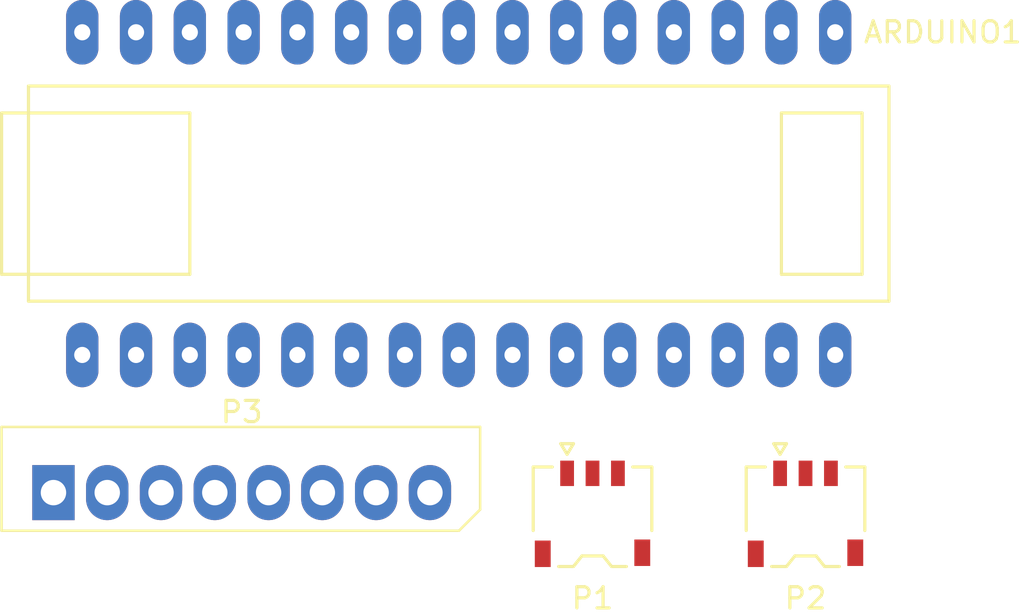
<source format=kicad_pcb>
(kicad_pcb (version 4) (host pcbnew 4.0.5+dfsg1-4)

  (general
    (links 1)
    (no_connects 1)
    (area 0 0 0 0)
    (thickness 1.6)
    (drawings 0)
    (tracks 0)
    (zones 0)
    (modules 4)
    (nets 44)
  )

  (page A4)
  (layers
    (0 F.Cu signal)
    (31 B.Cu signal)
    (32 B.Adhes user)
    (33 F.Adhes user)
    (34 B.Paste user)
    (35 F.Paste user)
    (36 B.SilkS user)
    (37 F.SilkS user)
    (38 B.Mask user)
    (39 F.Mask user)
    (40 Dwgs.User user)
    (41 Cmts.User user)
    (42 Eco1.User user)
    (43 Eco2.User user)
    (44 Edge.Cuts user)
    (45 Margin user)
    (46 B.CrtYd user)
    (47 F.CrtYd user)
    (48 B.Fab user)
    (49 F.Fab user)
  )

  (setup
    (last_trace_width 0.25)
    (trace_clearance 0.2)
    (zone_clearance 0.508)
    (zone_45_only no)
    (trace_min 0.2)
    (segment_width 0.2)
    (edge_width 0.15)
    (via_size 0.6)
    (via_drill 0.4)
    (via_min_size 0.4)
    (via_min_drill 0.3)
    (uvia_size 0.3)
    (uvia_drill 0.1)
    (uvias_allowed no)
    (uvia_min_size 0.2)
    (uvia_min_drill 0.1)
    (pcb_text_width 0.3)
    (pcb_text_size 1.5 1.5)
    (mod_edge_width 0.15)
    (mod_text_size 1 1)
    (mod_text_width 0.15)
    (pad_size 1.524 1.524)
    (pad_drill 0.762)
    (pad_to_mask_clearance 0.2)
    (aux_axis_origin 0 0)
    (visible_elements FFFFFF7F)
    (pcbplotparams
      (layerselection 0x00030_80000001)
      (usegerberextensions false)
      (excludeedgelayer true)
      (linewidth 0.100000)
      (plotframeref false)
      (viasonmask false)
      (mode 1)
      (useauxorigin false)
      (hpglpennumber 1)
      (hpglpenspeed 20)
      (hpglpendiameter 15)
      (hpglpenoverlay 2)
      (psnegative false)
      (psa4output false)
      (plotreference true)
      (plotvalue true)
      (plotinvisibletext false)
      (padsonsilk false)
      (subtractmaskfromsilk false)
      (outputformat 1)
      (mirror false)
      (drillshape 1)
      (scaleselection 1)
      (outputdirectory ""))
  )

  (net 0 "")
  (net 1 "Net-(ARDUINO1-Pad1)")
  (net 2 "Net-(ARDUINO1-Pad2)")
  (net 3 "Net-(ARDUINO1-Pad3)")
  (net 4 "Net-(ARDUINO1-Pad4)")
  (net 5 "Net-(ARDUINO1-Pad5)")
  (net 6 "Net-(ARDUINO1-Pad6)")
  (net 7 "Net-(ARDUINO1-Pad7)")
  (net 8 "Net-(ARDUINO1-Pad8)")
  (net 9 "Net-(ARDUINO1-Pad9)")
  (net 10 "Net-(ARDUINO1-Pad10)")
  (net 11 "Net-(ARDUINO1-Pad11)")
  (net 12 "Net-(ARDUINO1-Pad12)")
  (net 13 "Net-(ARDUINO1-Pad13)")
  (net 14 "Net-(ARDUINO1-Pad14)")
  (net 15 "Net-(ARDUINO1-Pad15)")
  (net 16 "Net-(ARDUINO1-Pad16)")
  (net 17 "Net-(ARDUINO1-Pad17)")
  (net 18 "Net-(ARDUINO1-Pad18)")
  (net 19 "Net-(ARDUINO1-Pad19)")
  (net 20 "Net-(ARDUINO1-Pad20)")
  (net 21 "Net-(ARDUINO1-Pad21)")
  (net 22 "Net-(ARDUINO1-Pad22)")
  (net 23 "Net-(ARDUINO1-Pad23)")
  (net 24 "Net-(ARDUINO1-Pad24)")
  (net 25 "Net-(ARDUINO1-Pad25)")
  (net 26 "Net-(ARDUINO1-Pad26)")
  (net 27 "Net-(ARDUINO1-Pad27)")
  (net 28 "Net-(ARDUINO1-Pad28)")
  (net 29 "Net-(ARDUINO1-Pad29)")
  (net 30 "Net-(ARDUINO1-Pad30)")
  (net 31 "Net-(P1-Pad2)")
  (net 32 "Net-(P1-Pad3)")
  (net 33 "Net-(P2-Pad1)")
  (net 34 "Net-(P2-Pad2)")
  (net 35 "Net-(P2-Pad3)")
  (net 36 "Net-(P3-Pad1)")
  (net 37 "Net-(P3-Pad2)")
  (net 38 "Net-(P3-Pad3)")
  (net 39 "Net-(P3-Pad4)")
  (net 40 "Net-(P3-Pad5)")
  (net 41 "Net-(P3-Pad6)")
  (net 42 "Net-(P3-Pad7)")
  (net 43 "Net-(P3-Pad8)")

  (net_class Default "Dit is de standaard class."
    (clearance 0.2)
    (trace_width 0.25)
    (via_dia 0.6)
    (via_drill 0.4)
    (uvia_dia 0.3)
    (uvia_drill 0.1)
    (add_net "Net-(ARDUINO1-Pad1)")
    (add_net "Net-(ARDUINO1-Pad10)")
    (add_net "Net-(ARDUINO1-Pad11)")
    (add_net "Net-(ARDUINO1-Pad12)")
    (add_net "Net-(ARDUINO1-Pad13)")
    (add_net "Net-(ARDUINO1-Pad14)")
    (add_net "Net-(ARDUINO1-Pad15)")
    (add_net "Net-(ARDUINO1-Pad16)")
    (add_net "Net-(ARDUINO1-Pad17)")
    (add_net "Net-(ARDUINO1-Pad18)")
    (add_net "Net-(ARDUINO1-Pad19)")
    (add_net "Net-(ARDUINO1-Pad2)")
    (add_net "Net-(ARDUINO1-Pad20)")
    (add_net "Net-(ARDUINO1-Pad21)")
    (add_net "Net-(ARDUINO1-Pad22)")
    (add_net "Net-(ARDUINO1-Pad23)")
    (add_net "Net-(ARDUINO1-Pad24)")
    (add_net "Net-(ARDUINO1-Pad25)")
    (add_net "Net-(ARDUINO1-Pad26)")
    (add_net "Net-(ARDUINO1-Pad27)")
    (add_net "Net-(ARDUINO1-Pad28)")
    (add_net "Net-(ARDUINO1-Pad29)")
    (add_net "Net-(ARDUINO1-Pad3)")
    (add_net "Net-(ARDUINO1-Pad30)")
    (add_net "Net-(ARDUINO1-Pad4)")
    (add_net "Net-(ARDUINO1-Pad5)")
    (add_net "Net-(ARDUINO1-Pad6)")
    (add_net "Net-(ARDUINO1-Pad7)")
    (add_net "Net-(ARDUINO1-Pad8)")
    (add_net "Net-(ARDUINO1-Pad9)")
    (add_net "Net-(P1-Pad2)")
    (add_net "Net-(P1-Pad3)")
    (add_net "Net-(P2-Pad1)")
    (add_net "Net-(P2-Pad2)")
    (add_net "Net-(P2-Pad3)")
    (add_net "Net-(P3-Pad1)")
    (add_net "Net-(P3-Pad2)")
    (add_net "Net-(P3-Pad3)")
    (add_net "Net-(P3-Pad4)")
    (add_net "Net-(P3-Pad5)")
    (add_net "Net-(P3-Pad6)")
    (add_net "Net-(P3-Pad7)")
    (add_net "Net-(P3-Pad8)")
  )

  (module arduino_nano:Arduino_nano (layer F.Cu) (tedit 594B8DA2) (tstamp 594B91A2)
    (at 183.663001 123.39)
    (path /594B83EB)
    (fp_text reference ARDUINO1 (at 40.64 -15.24) (layer F.SilkS)
      (effects (font (size 1 1) (thickness 0.15)))
    )
    (fp_text value ARDUINO_NANO (at 16.51 -7.62) (layer F.Fab) hide
      (effects (font (size 1 1) (thickness 0.15)))
    )
    (fp_line (start -3.81 -11.43) (end 5.08 -11.43) (layer F.SilkS) (width 0.15))
    (fp_line (start 5.08 -11.43) (end 5.08 -3.81) (layer F.SilkS) (width 0.15))
    (fp_line (start 5.08 -3.81) (end -3.81 -3.81) (layer F.SilkS) (width 0.15))
    (fp_line (start -3.81 -3.81) (end -3.81 -11.43) (layer F.SilkS) (width 0.15))
    (fp_line (start 33.02 -3.81) (end 36.83 -3.81) (layer F.SilkS) (width 0.15))
    (fp_line (start 36.83 -3.81) (end 36.83 -11.43) (layer F.SilkS) (width 0.15))
    (fp_line (start 36.83 -11.43) (end 33.02 -11.43) (layer F.SilkS) (width 0.15))
    (fp_line (start 33.02 -11.43) (end 33.02 -3.81) (layer F.SilkS) (width 0.15))
    (fp_line (start -2.54 -12.7) (end 38.1 -12.7) (layer F.SilkS) (width 0.15))
    (fp_line (start 38.1 -12.7) (end 38.1 -2.54) (layer F.SilkS) (width 0.15))
    (fp_line (start 38.1 -2.54) (end -2.54 -2.54) (layer F.SilkS) (width 0.15))
    (fp_line (start -2.54 -2.54) (end -2.54 -12.7) (layer F.SilkS) (width 0.15))
    (pad 1 thru_hole oval (at 0 0) (size 1.524 3.048) (drill 0.762) (layers *.Cu *.Mask)
      (net 1 "Net-(ARDUINO1-Pad1)") (solder_mask_margin 0.2) (clearance 0.2))
    (pad 2 thru_hole oval (at 2.54 0) (size 1.524 3.048) (drill 0.762) (layers *.Cu *.Mask)
      (net 2 "Net-(ARDUINO1-Pad2)"))
    (pad 3 thru_hole oval (at 5.08 0) (size 1.524 3.048) (drill 0.762) (layers *.Cu *.Mask)
      (net 3 "Net-(ARDUINO1-Pad3)"))
    (pad 4 thru_hole oval (at 7.62 0) (size 1.524 3.048) (drill 0.762) (layers *.Cu *.Mask)
      (net 4 "Net-(ARDUINO1-Pad4)"))
    (pad 5 thru_hole oval (at 10.16 0) (size 1.524 3.048) (drill 0.762) (layers *.Cu *.Mask)
      (net 5 "Net-(ARDUINO1-Pad5)"))
    (pad 6 thru_hole oval (at 12.7 0) (size 1.524 3.048) (drill 0.762) (layers *.Cu *.Mask)
      (net 6 "Net-(ARDUINO1-Pad6)"))
    (pad 7 thru_hole oval (at 15.24 0) (size 1.524 3.048) (drill 0.762) (layers *.Cu *.Mask)
      (net 7 "Net-(ARDUINO1-Pad7)"))
    (pad 8 thru_hole oval (at 17.78 0) (size 1.524 3.048) (drill 0.762) (layers *.Cu *.Mask)
      (net 8 "Net-(ARDUINO1-Pad8)"))
    (pad 9 thru_hole oval (at 20.32 0) (size 1.524 3.048) (drill 0.762) (layers *.Cu *.Mask)
      (net 9 "Net-(ARDUINO1-Pad9)"))
    (pad 10 thru_hole oval (at 22.86 0) (size 1.524 3.048) (drill 0.762) (layers *.Cu *.Mask)
      (net 10 "Net-(ARDUINO1-Pad10)"))
    (pad 11 thru_hole oval (at 25.4 0) (size 1.524 3.048) (drill 0.762) (layers *.Cu *.Mask)
      (net 11 "Net-(ARDUINO1-Pad11)"))
    (pad 12 thru_hole oval (at 27.94 0) (size 1.524 3.048) (drill 0.762) (layers *.Cu *.Mask)
      (net 12 "Net-(ARDUINO1-Pad12)"))
    (pad 13 thru_hole oval (at 30.48 0) (size 1.524 3.048) (drill 0.762) (layers *.Cu *.Mask)
      (net 13 "Net-(ARDUINO1-Pad13)"))
    (pad 14 thru_hole oval (at 33.02 0) (size 1.524 3.048) (drill 0.762) (layers *.Cu *.Mask)
      (net 14 "Net-(ARDUINO1-Pad14)"))
    (pad 15 thru_hole oval (at 35.56 0) (size 1.524 3.048) (drill 0.762) (layers *.Cu *.Mask)
      (net 15 "Net-(ARDUINO1-Pad15)"))
    (pad 16 thru_hole oval (at 35.56 -15.24) (size 1.524 3.048) (drill 0.762) (layers *.Cu *.Mask)
      (net 16 "Net-(ARDUINO1-Pad16)"))
    (pad 17 thru_hole oval (at 33.02 -15.24) (size 1.524 3.048) (drill 0.762) (layers *.Cu *.Mask)
      (net 17 "Net-(ARDUINO1-Pad17)"))
    (pad 18 thru_hole oval (at 30.48 -15.24) (size 1.524 3.048) (drill 0.762) (layers *.Cu *.Mask)
      (net 18 "Net-(ARDUINO1-Pad18)"))
    (pad 19 thru_hole oval (at 27.94 -15.24) (size 1.524 3.048) (drill 0.762) (layers *.Cu *.Mask)
      (net 19 "Net-(ARDUINO1-Pad19)"))
    (pad 20 thru_hole oval (at 25.4 -15.24) (size 1.524 3.048) (drill 0.762) (layers *.Cu *.Mask)
      (net 20 "Net-(ARDUINO1-Pad20)"))
    (pad 21 thru_hole oval (at 22.86 -15.24) (size 1.524 3.048) (drill 0.762) (layers *.Cu *.Mask)
      (net 21 "Net-(ARDUINO1-Pad21)"))
    (pad 22 thru_hole oval (at 20.32 -15.24) (size 1.524 3.048) (drill 0.762) (layers *.Cu *.Mask)
      (net 22 "Net-(ARDUINO1-Pad22)"))
    (pad 23 thru_hole oval (at 17.78 -15.24) (size 1.524 3.048) (drill 0.762) (layers *.Cu *.Mask)
      (net 23 "Net-(ARDUINO1-Pad23)"))
    (pad 24 thru_hole oval (at 15.24 -15.24) (size 1.524 3.048) (drill 0.762) (layers *.Cu *.Mask)
      (net 24 "Net-(ARDUINO1-Pad24)"))
    (pad 25 thru_hole oval (at 12.7 -15.24) (size 1.524 3.048) (drill 0.762) (layers *.Cu *.Mask)
      (net 25 "Net-(ARDUINO1-Pad25)"))
    (pad 26 thru_hole oval (at 10.16 -15.24) (size 1.524 3.048) (drill 0.762) (layers *.Cu *.Mask)
      (net 26 "Net-(ARDUINO1-Pad26)"))
    (pad 27 thru_hole oval (at 7.62 -15.24) (size 1.524 3.048) (drill 0.762) (layers *.Cu *.Mask)
      (net 27 "Net-(ARDUINO1-Pad27)"))
    (pad 28 thru_hole oval (at 5.08 -15.24) (size 1.524 3.048) (drill 0.762) (layers *.Cu *.Mask)
      (net 28 "Net-(ARDUINO1-Pad28)"))
    (pad 29 thru_hole oval (at 2.54 -15.24) (size 1.524 3.048) (drill 0.762) (layers *.Cu *.Mask)
      (net 29 "Net-(ARDUINO1-Pad29)"))
    (pad 30 thru_hole oval (at 0 -15.24) (size 1.524 3.048) (drill 0.762) (layers *.Cu *.Mask)
      (net 30 "Net-(ARDUINO1-Pad30)"))
  )

  (module Connectors_JST:JST_ACH_BM03B-ACHSS_03x1.20mm_Angled (layer F.Cu) (tedit 56CAFBC9) (tstamp 594B91AB)
    (at 207.761333 130.881)
    (descr "JST ACH Series Connector, 1.20mm Pitch")
    (tags "JST ACH connector crimp top entry")
    (path /594B8EBF)
    (attr smd)
    (fp_text reference P1 (at 0 4 180) (layer F.SilkS)
      (effects (font (size 1 1) (thickness 0.15)))
    )
    (fp_text value CONN_01X03 (at 0 -4.8) (layer F.Fab)
      (effects (font (size 1 1) (thickness 0.15)))
    )
    (fp_line (start -3.25 -3) (end 3.25 -3) (layer F.CrtYd) (width 0.05))
    (fp_line (start -3.25 3) (end -3.25 -3) (layer F.CrtYd) (width 0.05))
    (fp_line (start 3.25 3) (end -3.25 3) (layer F.CrtYd) (width 0.05))
    (fp_line (start 3.25 -3) (end 3.25 3) (layer F.CrtYd) (width 0.05))
    (fp_line (start -1.2 -2.8) (end -0.9 -3.3) (layer F.SilkS) (width 0.15))
    (fp_line (start -0.9 -3.3) (end -1.5 -3.3) (layer F.SilkS) (width 0.15))
    (fp_line (start -1.5 -3.3) (end -1.2 -2.8) (layer F.SilkS) (width 0.15))
    (fp_line (start -0.9 2.5) (end -0.5 2) (layer F.SilkS) (width 0.15))
    (fp_line (start -0.5 2) (end 0.5 2) (layer F.SilkS) (width 0.15))
    (fp_line (start 0.5 2) (end 0.9 2.5) (layer F.SilkS) (width 0.15))
    (fp_line (start -1.6 2.5) (end -0.9 2.5) (layer F.SilkS) (width 0.15))
    (fp_line (start 1.6 2.5) (end 0.9 2.5) (layer F.SilkS) (width 0.15))
    (fp_line (start 2.8 0.8) (end 2.8 -2.2) (layer F.SilkS) (width 0.15))
    (fp_line (start 2.8 -2.2) (end 1.9 -2.2) (layer F.SilkS) (width 0.15))
    (fp_line (start -2.8 0.8) (end -2.8 -2.2) (layer F.SilkS) (width 0.15))
    (fp_line (start -2.8 -2.2) (end -1.9 -2.2) (layer F.SilkS) (width 0.15))
    (pad 1 smd rect (at -1.2 -1.9) (size 0.65 1.2) (layers F.Cu F.Paste F.Mask)
      (net 5 "Net-(ARDUINO1-Pad5)"))
    (pad 2 smd rect (at 0 -1.9) (size 0.65 1.2) (layers F.Cu F.Paste F.Mask)
      (net 31 "Net-(P1-Pad2)"))
    (pad 3 smd rect (at 1.2 -1.9) (size 0.65 1.2) (layers F.Cu F.Paste F.Mask)
      (net 32 "Net-(P1-Pad3)"))
    (pad "" smd rect (at -2.35 1.9) (size 0.75 1.25) (layers F.Cu F.Paste F.Mask))
    (pad "" smd rect (at 2.35 1.85) (size 0.75 1.25) (layers F.Cu F.Paste F.Mask))
    (model Connectors_JST.3dshapes/JST_ACH_BM03B-ACHSS_03x1.20mm_Angled.wrl
      (at (xyz 0 0.08 0))
      (scale (xyz 1 1 1))
      (rotate (xyz 0 0 0))
    )
  )

  (module Connectors_JST:JST_ACH_BM03B-ACHSS_03x1.20mm_Angled (layer F.Cu) (tedit 56CAFBC9) (tstamp 594B91B4)
    (at 217.821333 130.881)
    (descr "JST ACH Series Connector, 1.20mm Pitch")
    (tags "JST ACH connector crimp top entry")
    (path /594B8F56)
    (attr smd)
    (fp_text reference P2 (at 0 4 180) (layer F.SilkS)
      (effects (font (size 1 1) (thickness 0.15)))
    )
    (fp_text value CONN_01X03 (at 0 -4.8) (layer F.Fab)
      (effects (font (size 1 1) (thickness 0.15)))
    )
    (fp_line (start -3.25 -3) (end 3.25 -3) (layer F.CrtYd) (width 0.05))
    (fp_line (start -3.25 3) (end -3.25 -3) (layer F.CrtYd) (width 0.05))
    (fp_line (start 3.25 3) (end -3.25 3) (layer F.CrtYd) (width 0.05))
    (fp_line (start 3.25 -3) (end 3.25 3) (layer F.CrtYd) (width 0.05))
    (fp_line (start -1.2 -2.8) (end -0.9 -3.3) (layer F.SilkS) (width 0.15))
    (fp_line (start -0.9 -3.3) (end -1.5 -3.3) (layer F.SilkS) (width 0.15))
    (fp_line (start -1.5 -3.3) (end -1.2 -2.8) (layer F.SilkS) (width 0.15))
    (fp_line (start -0.9 2.5) (end -0.5 2) (layer F.SilkS) (width 0.15))
    (fp_line (start -0.5 2) (end 0.5 2) (layer F.SilkS) (width 0.15))
    (fp_line (start 0.5 2) (end 0.9 2.5) (layer F.SilkS) (width 0.15))
    (fp_line (start -1.6 2.5) (end -0.9 2.5) (layer F.SilkS) (width 0.15))
    (fp_line (start 1.6 2.5) (end 0.9 2.5) (layer F.SilkS) (width 0.15))
    (fp_line (start 2.8 0.8) (end 2.8 -2.2) (layer F.SilkS) (width 0.15))
    (fp_line (start 2.8 -2.2) (end 1.9 -2.2) (layer F.SilkS) (width 0.15))
    (fp_line (start -2.8 0.8) (end -2.8 -2.2) (layer F.SilkS) (width 0.15))
    (fp_line (start -2.8 -2.2) (end -1.9 -2.2) (layer F.SilkS) (width 0.15))
    (pad 1 smd rect (at -1.2 -1.9) (size 0.65 1.2) (layers F.Cu F.Paste F.Mask)
      (net 33 "Net-(P2-Pad1)"))
    (pad 2 smd rect (at 0 -1.9) (size 0.65 1.2) (layers F.Cu F.Paste F.Mask)
      (net 34 "Net-(P2-Pad2)"))
    (pad 3 smd rect (at 1.2 -1.9) (size 0.65 1.2) (layers F.Cu F.Paste F.Mask)
      (net 35 "Net-(P2-Pad3)"))
    (pad "" smd rect (at -2.35 1.9) (size 0.75 1.25) (layers F.Cu F.Paste F.Mask))
    (pad "" smd rect (at 2.35 1.85) (size 0.75 1.25) (layers F.Cu F.Paste F.Mask))
    (model Connectors_JST.3dshapes/JST_ACH_BM03B-ACHSS_03x1.20mm_Angled.wrl
      (at (xyz 0 0.08 0))
      (scale (xyz 1 1 1))
      (rotate (xyz 0 0 0))
    )
  )

  (module Connectors_Molex:Molex_SPOX-5267_22-03-5085_08x2.54mm_Straight (layer F.Cu) (tedit 588F21B7) (tstamp 594B945B)
    (at 182.303001 129.891)
    (descr "Connector Headers with Friction Lock, 22-03-5085, http://www.molex.com/pdm_docs/ps/PS-5264-001-001.pdf")
    (tags "connector molex SPOX 5267 22-03-5085")
    (path /594B93B8)
    (fp_text reference P3 (at 8.89 -3.81) (layer F.SilkS)
      (effects (font (size 1 1) (thickness 0.15)))
    )
    (fp_text value CONN_01X08 (at 8.89 2.54) (layer F.Fab)
      (effects (font (size 1 1) (thickness 0.15)))
    )
    (fp_line (start 19.15 1.8) (end 20.15 0.8) (layer F.SilkS) (width 0.12))
    (fp_line (start -2.45 -3.1) (end -2.45 1.8) (layer F.SilkS) (width 0.12))
    (fp_line (start -2.45 1.8) (end 19.15 1.8) (layer F.SilkS) (width 0.12))
    (fp_line (start 20.15 0.8) (end 20.15 -3.1) (layer F.SilkS) (width 0.12))
    (fp_line (start 20.15 -3.1) (end -2.45 -3.1) (layer F.SilkS) (width 0.12))
    (fp_line (start -2.5 1.85) (end -2.5 -3.15) (layer F.CrtYd) (width 0.05))
    (fp_line (start -2.5 -3.15) (end 20.2 -3.15) (layer F.CrtYd) (width 0.05))
    (fp_line (start 20.2 -3.15) (end 20.2 1.85) (layer F.CrtYd) (width 0.05))
    (fp_line (start 20.2 1.85) (end -2.5 1.85) (layer F.CrtYd) (width 0.05))
    (fp_line (start 20.05 -3) (end -2.35 -3) (layer F.Fab) (width 0.1))
    (fp_line (start 20.05 0.7) (end 20.05 -3) (layer F.Fab) (width 0.1))
    (fp_line (start 19.05 1.7) (end 20.05 0.7) (layer F.Fab) (width 0.1))
    (fp_line (start -2.35 1.7) (end 19.05 1.7) (layer F.Fab) (width 0.1))
    (fp_line (start -2.35 -3) (end -2.35 1.7) (layer F.Fab) (width 0.1))
    (pad 1 thru_hole rect (at 0 0) (size 2 2.6) (drill 1.2) (layers *.Cu *.Mask)
      (net 36 "Net-(P3-Pad1)"))
    (pad 2 thru_hole oval (at 2.54 0) (size 2 2.6) (drill 1.2) (layers *.Cu *.Mask)
      (net 37 "Net-(P3-Pad2)"))
    (pad 3 thru_hole oval (at 5.08 0) (size 2 2.6) (drill 1.2) (layers *.Cu *.Mask)
      (net 38 "Net-(P3-Pad3)"))
    (pad 4 thru_hole oval (at 7.62 0) (size 2 2.6) (drill 1.2) (layers *.Cu *.Mask)
      (net 39 "Net-(P3-Pad4)"))
    (pad 5 thru_hole oval (at 10.16 0) (size 2 2.6) (drill 1.2) (layers *.Cu *.Mask)
      (net 40 "Net-(P3-Pad5)"))
    (pad 6 thru_hole oval (at 12.7 0) (size 2 2.6) (drill 1.2) (layers *.Cu *.Mask)
      (net 41 "Net-(P3-Pad6)"))
    (pad 7 thru_hole oval (at 15.24 0) (size 2 2.6) (drill 1.2) (layers *.Cu *.Mask)
      (net 42 "Net-(P3-Pad7)"))
    (pad 8 thru_hole oval (at 17.78 0) (size 2 2.6) (drill 1.2) (layers *.Cu *.Mask)
      (net 43 "Net-(P3-Pad8)"))
    (model Connectors_Molex.3dshapes/Molex_SPOX-5267_22-03-5085_08x2.54mm_Straight.wrl
      (at (xyz 0.35 0.023622 0.114173))
      (scale (xyz 1 1 1))
      (rotate (xyz -90 0 180))
    )
  )

)

</source>
